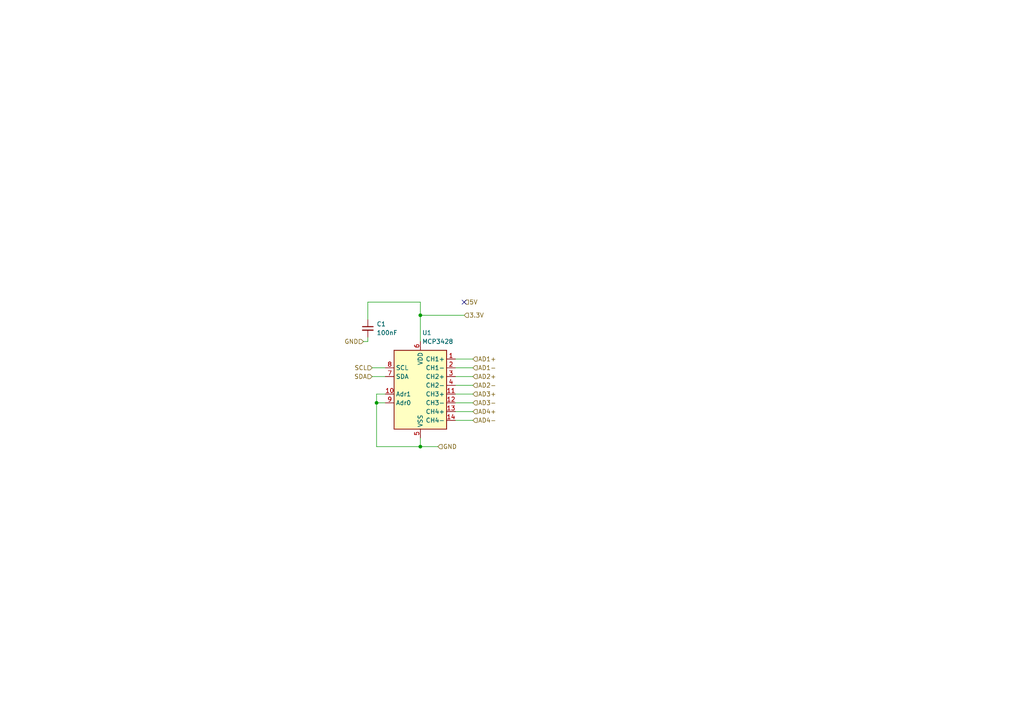
<source format=kicad_sch>
(kicad_sch (version 20211123) (generator eeschema)

  (uuid 021cf161-a04e-430c-aa23-55c6938afa59)

  (paper "A4")

  (lib_symbols
    (symbol "Analog_ADC:MCP3428" (in_bom yes) (on_board yes)
      (property "Reference" "U" (id 0) (at -3.81 11.43 0)
        (effects (font (size 1.27 1.27)) (justify right))
      )
      (property "Value" "MCP3428" (id 1) (at 2.54 11.43 0)
        (effects (font (size 1.27 1.27)) (justify left))
      )
      (property "Footprint" "" (id 2) (at 0 0 0)
        (effects (font (size 1.27 1.27)) hide)
      )
      (property "Datasheet" "http://ww1.microchip.com/downloads/en/DeviceDoc/22226a.pdf" (id 3) (at 0 0 0)
        (effects (font (size 1.27 1.27)) hide)
      )
      (property "ki_keywords" "adc 4ch 16bit i2c" (id 4) (at 0 0 0)
        (effects (font (size 1.27 1.27)) hide)
      )
      (property "ki_description" "16-Bit, Multi-Channel ΔΣ Analog-to-Digital Converter with I2C Interface and On-Board Reference, SOIC-14/TSSOP-14" (id 5) (at 0 0 0)
        (effects (font (size 1.27 1.27)) hide)
      )
      (property "ki_fp_filters" "TSSOP*4.4x5mm*P0.65mm* SOIC*3.9x8.7mm*P1.27mm*" (id 6) (at 0 0 0)
        (effects (font (size 1.27 1.27)) hide)
      )
      (symbol "MCP3428_0_1"
        (rectangle (start -7.62 10.16) (end 7.62 -12.7)
          (stroke (width 0.254) (type default) (color 0 0 0 0))
          (fill (type background))
        )
      )
      (symbol "MCP3428_1_1"
        (pin input line (at -10.16 7.62 0) (length 2.54)
          (name "CH1+" (effects (font (size 1.27 1.27))))
          (number "1" (effects (font (size 1.27 1.27))))
        )
        (pin input line (at 10.16 -2.54 180) (length 2.54)
          (name "Adr1" (effects (font (size 1.27 1.27))))
          (number "10" (effects (font (size 1.27 1.27))))
        )
        (pin input line (at -10.16 -2.54 0) (length 2.54)
          (name "CH3+" (effects (font (size 1.27 1.27))))
          (number "11" (effects (font (size 1.27 1.27))))
        )
        (pin input line (at -10.16 -5.08 0) (length 2.54)
          (name "CH3-" (effects (font (size 1.27 1.27))))
          (number "12" (effects (font (size 1.27 1.27))))
        )
        (pin input line (at -10.16 -7.62 0) (length 2.54)
          (name "CH4+" (effects (font (size 1.27 1.27))))
          (number "13" (effects (font (size 1.27 1.27))))
        )
        (pin input line (at -10.16 -10.16 0) (length 2.54)
          (name "CH4-" (effects (font (size 1.27 1.27))))
          (number "14" (effects (font (size 1.27 1.27))))
        )
        (pin input line (at -10.16 5.08 0) (length 2.54)
          (name "CH1-" (effects (font (size 1.27 1.27))))
          (number "2" (effects (font (size 1.27 1.27))))
        )
        (pin input line (at -10.16 2.54 0) (length 2.54)
          (name "CH2+" (effects (font (size 1.27 1.27))))
          (number "3" (effects (font (size 1.27 1.27))))
        )
        (pin input line (at -10.16 0 0) (length 2.54)
          (name "CH2-" (effects (font (size 1.27 1.27))))
          (number "4" (effects (font (size 1.27 1.27))))
        )
        (pin power_in line (at 0 -15.24 90) (length 2.54)
          (name "VSS" (effects (font (size 1.27 1.27))))
          (number "5" (effects (font (size 1.27 1.27))))
        )
        (pin power_in line (at 0 12.7 270) (length 2.54)
          (name "VDD" (effects (font (size 1.27 1.27))))
          (number "6" (effects (font (size 1.27 1.27))))
        )
        (pin bidirectional line (at 10.16 2.54 180) (length 2.54)
          (name "SDA" (effects (font (size 1.27 1.27))))
          (number "7" (effects (font (size 1.27 1.27))))
        )
        (pin input line (at 10.16 5.08 180) (length 2.54)
          (name "SCL" (effects (font (size 1.27 1.27))))
          (number "8" (effects (font (size 1.27 1.27))))
        )
        (pin input line (at 10.16 -5.08 180) (length 2.54)
          (name "Adr0" (effects (font (size 1.27 1.27))))
          (number "9" (effects (font (size 1.27 1.27))))
        )
      )
    )
    (symbol "Device:C_Small" (pin_numbers hide) (pin_names (offset 0.254) hide) (in_bom yes) (on_board yes)
      (property "Reference" "C" (id 0) (at 0.254 1.778 0)
        (effects (font (size 1.27 1.27)) (justify left))
      )
      (property "Value" "C_Small" (id 1) (at 0.254 -2.032 0)
        (effects (font (size 1.27 1.27)) (justify left))
      )
      (property "Footprint" "" (id 2) (at 0 0 0)
        (effects (font (size 1.27 1.27)) hide)
      )
      (property "Datasheet" "~" (id 3) (at 0 0 0)
        (effects (font (size 1.27 1.27)) hide)
      )
      (property "ki_keywords" "capacitor cap" (id 4) (at 0 0 0)
        (effects (font (size 1.27 1.27)) hide)
      )
      (property "ki_description" "Unpolarized capacitor, small symbol" (id 5) (at 0 0 0)
        (effects (font (size 1.27 1.27)) hide)
      )
      (property "ki_fp_filters" "C_*" (id 6) (at 0 0 0)
        (effects (font (size 1.27 1.27)) hide)
      )
      (symbol "C_Small_0_1"
        (polyline
          (pts
            (xy -1.524 -0.508)
            (xy 1.524 -0.508)
          )
          (stroke (width 0.3302) (type default) (color 0 0 0 0))
          (fill (type none))
        )
        (polyline
          (pts
            (xy -1.524 0.508)
            (xy 1.524 0.508)
          )
          (stroke (width 0.3048) (type default) (color 0 0 0 0))
          (fill (type none))
        )
      )
      (symbol "C_Small_1_1"
        (pin passive line (at 0 2.54 270) (length 2.032)
          (name "~" (effects (font (size 1.27 1.27))))
          (number "1" (effects (font (size 1.27 1.27))))
        )
        (pin passive line (at 0 -2.54 90) (length 2.032)
          (name "~" (effects (font (size 1.27 1.27))))
          (number "2" (effects (font (size 1.27 1.27))))
        )
      )
    )
  )

  (junction (at 121.92 129.54) (diameter 0) (color 0 0 0 0)
    (uuid 163c3987-fa41-4a27-b650-0ad78c6cf700)
  )
  (junction (at 121.92 91.44) (diameter 0) (color 0 0 0 0)
    (uuid 27a804ad-92e8-4f59-8e28-b700e6cbea3c)
  )
  (junction (at 109.22 116.84) (diameter 0) (color 0 0 0 0)
    (uuid 548997d2-5e02-430c-9a83-1dc45a6e479e)
  )

  (no_connect (at 134.62 87.63) (uuid daa6f53d-cd5b-4653-b2dd-cb80c92ad568))

  (wire (pts (xy 107.95 106.68) (xy 111.76 106.68))
    (stroke (width 0) (type default) (color 0 0 0 0))
    (uuid 0ff4b3d5-94ca-4178-b66d-bfc968ccf59b)
  )
  (wire (pts (xy 106.68 92.71) (xy 106.68 87.63))
    (stroke (width 0) (type default) (color 0 0 0 0))
    (uuid 16e9622b-eb48-46b7-9b91-6e792cc2d61b)
  )
  (wire (pts (xy 109.22 116.84) (xy 109.22 129.54))
    (stroke (width 0) (type default) (color 0 0 0 0))
    (uuid 19d42519-a970-4141-b6f1-d211962c87d3)
  )
  (wire (pts (xy 121.92 87.63) (xy 121.92 91.44))
    (stroke (width 0) (type default) (color 0 0 0 0))
    (uuid 1c030497-43aa-428b-82f7-4f2826850670)
  )
  (wire (pts (xy 121.92 129.54) (xy 121.92 127))
    (stroke (width 0) (type default) (color 0 0 0 0))
    (uuid 26d39429-a13c-4f03-bf6a-65732dedef42)
  )
  (wire (pts (xy 121.92 91.44) (xy 134.62 91.44))
    (stroke (width 0) (type default) (color 0 0 0 0))
    (uuid 2f821608-f4fb-476b-a1e6-38e15abf4573)
  )
  (wire (pts (xy 132.08 106.68) (xy 137.16 106.68))
    (stroke (width 0) (type default) (color 0 0 0 0))
    (uuid 41973fb4-c6d9-476e-8774-0da6d2d31b8e)
  )
  (wire (pts (xy 132.08 104.14) (xy 137.16 104.14))
    (stroke (width 0) (type default) (color 0 0 0 0))
    (uuid 47d7e998-abcf-4a20-9dc6-e3629776e22c)
  )
  (wire (pts (xy 109.22 114.3) (xy 109.22 116.84))
    (stroke (width 0) (type default) (color 0 0 0 0))
    (uuid 4cfe4491-5bc8-412f-8dfa-5975516ec9e3)
  )
  (wire (pts (xy 111.76 114.3) (xy 109.22 114.3))
    (stroke (width 0) (type default) (color 0 0 0 0))
    (uuid 511cf076-6d92-4e39-8ff1-bfe521760bcd)
  )
  (wire (pts (xy 132.08 119.38) (xy 137.16 119.38))
    (stroke (width 0) (type default) (color 0 0 0 0))
    (uuid 6564438d-74d5-4760-833d-387973ccfab9)
  )
  (wire (pts (xy 132.08 116.84) (xy 137.16 116.84))
    (stroke (width 0) (type default) (color 0 0 0 0))
    (uuid 733adb7e-7cf1-4c82-b728-58125373a7ad)
  )
  (wire (pts (xy 106.68 99.06) (xy 106.68 97.79))
    (stroke (width 0) (type default) (color 0 0 0 0))
    (uuid 736d6d80-d539-4579-ab67-fecc77b5de02)
  )
  (wire (pts (xy 132.08 111.76) (xy 137.16 111.76))
    (stroke (width 0) (type default) (color 0 0 0 0))
    (uuid 7d17f14c-b38c-4b3e-a3ca-9b3cdc464329)
  )
  (wire (pts (xy 132.08 114.3) (xy 137.16 114.3))
    (stroke (width 0) (type default) (color 0 0 0 0))
    (uuid 83275f4a-e598-4003-b7ad-6ae32416b071)
  )
  (wire (pts (xy 107.95 109.22) (xy 111.76 109.22))
    (stroke (width 0) (type default) (color 0 0 0 0))
    (uuid 84f321b9-9f68-427a-8a43-7ffb65f3d177)
  )
  (wire (pts (xy 109.22 116.84) (xy 111.76 116.84))
    (stroke (width 0) (type default) (color 0 0 0 0))
    (uuid a5cf5a99-656d-4de1-8332-2387124f4e84)
  )
  (wire (pts (xy 132.08 121.92) (xy 137.16 121.92))
    (stroke (width 0) (type default) (color 0 0 0 0))
    (uuid a74ff745-894a-4330-85eb-3182df8a6467)
  )
  (wire (pts (xy 127 129.54) (xy 121.92 129.54))
    (stroke (width 0) (type default) (color 0 0 0 0))
    (uuid afa58056-912d-48b4-8166-aded2fddd5e3)
  )
  (wire (pts (xy 109.22 129.54) (xy 121.92 129.54))
    (stroke (width 0) (type default) (color 0 0 0 0))
    (uuid bffd5f3d-f798-41f0-9229-fc44d288c8a5)
  )
  (wire (pts (xy 121.92 91.44) (xy 121.92 99.06))
    (stroke (width 0) (type default) (color 0 0 0 0))
    (uuid d92ceb3f-073b-4a5b-8af6-dfeb86482899)
  )
  (wire (pts (xy 132.08 109.22) (xy 137.16 109.22))
    (stroke (width 0) (type default) (color 0 0 0 0))
    (uuid d9d86250-8fee-4aff-aae4-70b384b1eb51)
  )
  (wire (pts (xy 106.68 87.63) (xy 121.92 87.63))
    (stroke (width 0) (type default) (color 0 0 0 0))
    (uuid dd9fa444-4fb3-4376-9c55-f02ec1f47794)
  )
  (wire (pts (xy 105.41 99.06) (xy 106.68 99.06))
    (stroke (width 0) (type default) (color 0 0 0 0))
    (uuid ed65dec2-598a-4d51-9138-4466f855e2e9)
  )

  (hierarchical_label "5V" (shape input) (at 134.62 87.63 0)
    (effects (font (size 1.27 1.27)) (justify left))
    (uuid 0084dbd9-e058-40b2-9baa-538fd704af85)
  )
  (hierarchical_label "AD4+" (shape input) (at 137.16 119.38 0)
    (effects (font (size 1.27 1.27)) (justify left))
    (uuid 0541f89c-360b-4a96-9cd9-7ad3b4f79d41)
  )
  (hierarchical_label "AD1-" (shape input) (at 137.16 106.68 0)
    (effects (font (size 1.27 1.27)) (justify left))
    (uuid 1f6caf9c-5e3b-4d7c-a5a2-7d12c53a8291)
  )
  (hierarchical_label "GND" (shape input) (at 127 129.54 0)
    (effects (font (size 1.27 1.27)) (justify left))
    (uuid 24d2a097-f1cb-4551-a8ca-51c4bef6ed03)
  )
  (hierarchical_label "AD3+" (shape input) (at 137.16 114.3 0)
    (effects (font (size 1.27 1.27)) (justify left))
    (uuid 3b2db01c-a7d2-47c6-84a9-b58fd5477d61)
  )
  (hierarchical_label "AD3-" (shape input) (at 137.16 116.84 0)
    (effects (font (size 1.27 1.27)) (justify left))
    (uuid 58ad2e3e-5950-4e4c-b137-2dd49925a27d)
  )
  (hierarchical_label "AD4-" (shape input) (at 137.16 121.92 0)
    (effects (font (size 1.27 1.27)) (justify left))
    (uuid 60da901e-5cfe-446d-bc7a-487f8d7b986f)
  )
  (hierarchical_label "AD1+" (shape input) (at 137.16 104.14 0)
    (effects (font (size 1.27 1.27)) (justify left))
    (uuid 6ddd5b77-28d1-4c50-af9a-c85c0dbd7101)
  )
  (hierarchical_label "GND" (shape input) (at 105.41 99.06 180)
    (effects (font (size 1.27 1.27)) (justify right))
    (uuid 7ce8164b-c436-48e9-a48b-e40327f9da1d)
  )
  (hierarchical_label "AD2-" (shape input) (at 137.16 111.76 0)
    (effects (font (size 1.27 1.27)) (justify left))
    (uuid 8c655716-1910-4352-946d-c6f33a9bba94)
  )
  (hierarchical_label "AD2+" (shape input) (at 137.16 109.22 0)
    (effects (font (size 1.27 1.27)) (justify left))
    (uuid a24fa7fd-65e8-4709-b4b5-c949561fba29)
  )
  (hierarchical_label "SDA" (shape input) (at 107.95 109.22 180)
    (effects (font (size 1.27 1.27)) (justify right))
    (uuid bd31773b-b92c-4e0d-8f6d-2fea0babaa60)
  )
  (hierarchical_label "3.3V" (shape input) (at 134.62 91.44 0)
    (effects (font (size 1.27 1.27)) (justify left))
    (uuid eb852a38-fe39-40bd-97c5-44dd1358b9ba)
  )
  (hierarchical_label "SCL" (shape input) (at 107.95 106.68 180)
    (effects (font (size 1.27 1.27)) (justify right))
    (uuid f9f7d4f7-af5a-4ab2-ac6a-2b455bbca24e)
  )

  (symbol (lib_id "Analog_ADC:MCP3428") (at 121.92 111.76 0) (mirror y) (unit 1)
    (in_bom yes) (on_board yes) (fields_autoplaced)
    (uuid c095f720-db9a-42b2-80a1-6f22257661f3)
    (property "Reference" "U1" (id 0) (at 122.4406 96.52 0)
      (effects (font (size 1.27 1.27)) (justify right))
    )
    (property "Value" "MCP3428" (id 1) (at 122.4406 99.06 0)
      (effects (font (size 1.27 1.27)) (justify right))
    )
    (property "Footprint" "Package_SO:SOIC-14_3.9x8.7mm_P1.27mm" (id 2) (at 121.92 111.76 0)
      (effects (font (size 1.27 1.27)) hide)
    )
    (property "Datasheet" "http://ww1.microchip.com/downloads/en/DeviceDoc/22226a.pdf" (id 3) (at 121.92 111.76 0)
      (effects (font (size 1.27 1.27)) hide)
    )
    (pin "1" (uuid e13f8db6-c2dc-46be-8b00-9d42ebbddf3b))
    (pin "10" (uuid 782d1a09-920d-4064-b95f-00acc3029173))
    (pin "11" (uuid 97af06ae-9ce6-4e9e-851c-62508e96d9e3))
    (pin "12" (uuid ace7d609-5e78-41bf-82ca-72072aeb5f8e))
    (pin "13" (uuid 3e7310dc-9c67-4d4b-a18d-b1e9d5edf437))
    (pin "14" (uuid 3899af62-d436-4110-83f6-df6e99ea6206))
    (pin "2" (uuid 2637b7b3-7b2b-4cf9-b65c-0afdac46fffd))
    (pin "3" (uuid 92bdbedd-138f-488c-9415-e82091fd8a16))
    (pin "4" (uuid b17fb3f6-11bd-427a-ab92-815afcce248e))
    (pin "5" (uuid 5aecb719-693d-4423-ab6c-cad7b519f566))
    (pin "6" (uuid 82159412-1d76-4c5b-8b8c-33644a0462a6))
    (pin "7" (uuid 57a7e56a-4528-45ae-8d86-7367032482da))
    (pin "8" (uuid a9a00def-29b9-4193-80b7-7ef21272054e))
    (pin "9" (uuid 1788c95e-ffec-4e93-a94f-862faca98e6b))
  )

  (symbol (lib_id "Device:C_Small") (at 106.68 95.25 0) (unit 1)
    (in_bom yes) (on_board yes) (fields_autoplaced)
    (uuid ea200e7e-f40d-4f87-8e32-3fc38d11f0ac)
    (property "Reference" "C1" (id 0) (at 109.22 93.9862 0)
      (effects (font (size 1.27 1.27)) (justify left))
    )
    (property "Value" "100nF" (id 1) (at 109.22 96.5262 0)
      (effects (font (size 1.27 1.27)) (justify left))
    )
    (property "Footprint" "Capacitor_SMD:C_0603_1608Metric" (id 2) (at 106.68 95.25 0)
      (effects (font (size 1.27 1.27)) hide)
    )
    (property "Datasheet" "~" (id 3) (at 106.68 95.25 0)
      (effects (font (size 1.27 1.27)) hide)
    )
    (pin "1" (uuid d779e78b-baa6-4ad5-b272-3d21361cdd5f))
    (pin "2" (uuid 22b8642a-5f04-4761-8321-6379954576fa))
  )
)

</source>
